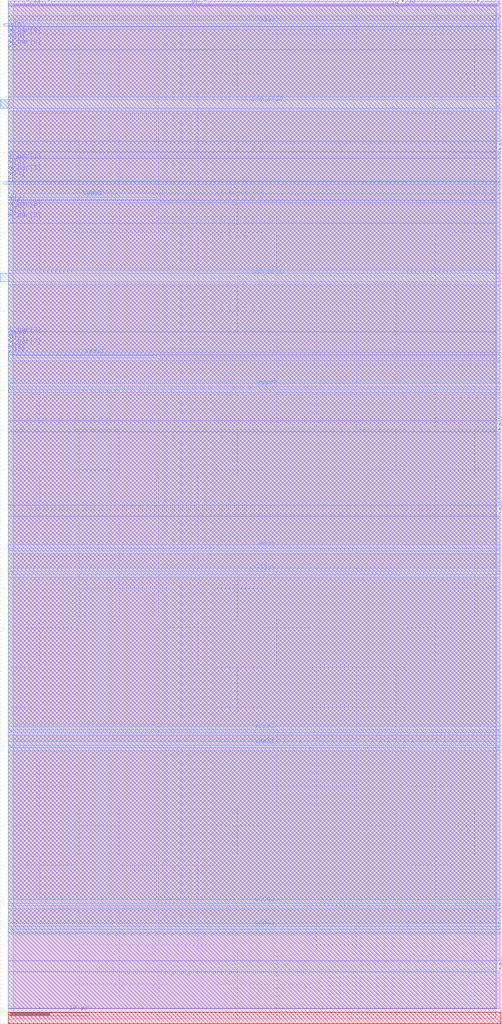
<source format=lef>
VERSION 5.7 ;
  NOWIREEXTENSIONATPIN ON ;
  DIVIDERCHAR "/" ;
  BUSBITCHARS "[]" ;
MACRO bitfour_EESPFAL_switch
  CLASS BLOCK ;
  FOREIGN bitfour_EESPFAL_switch ;
  ORIGIN -1.040 0.000 ;
  SIZE 62.230 BY 129.320 ;
  PIN GND_GPIO
    ANTENNADIFFAREA 256.580505 ;
    PORT
      LAYER met3 ;
        RECT 0.000 115.660 63.470 116.700 ;
    END
    PORT
      LAYER met3 ;
        RECT 0.000 93.740 63.470 94.780 ;
    END
  END GND_GPIO
  PIN vdda1
    ANTENNADIFFAREA 168.065399 ;
    PORT
      LAYER met3 ;
        RECT 1.040 125.995 63.270 126.325 ;
    END
    PORT
      LAYER met3 ;
        RECT 1.040 14.915 63.270 15.245 ;
    END
    PORT
      LAYER met3 ;
        RECT 1.040 104.075 19.780 104.405 ;
    END
    PORT
      LAYER met3 ;
        RECT 1.040 11.955 63.270 12.285 ;
    END
    PORT
      LAYER met3 ;
        RECT 1.040 56.795 63.270 57.125 ;
    END
    PORT
      LAYER met3 ;
        RECT 1.040 59.755 63.270 60.085 ;
    END
    PORT
      LAYER met3 ;
        RECT 1.505 80.155 63.270 80.485 ;
    END
    PORT
      LAYER met3 ;
        RECT 1.505 84.115 19.780 84.445 ;
    END
    PORT
      LAYER met3 ;
        RECT 1.040 36.835 63.270 37.165 ;
    END
    PORT
      LAYER met3 ;
        RECT 1.040 34.875 63.270 35.205 ;
    END
  END vdda1
  PIN k[3]
    ANTENNAGATEAREA 0.450000 ;
    PORT
      LAYER met1 ;
        RECT 1.040 86.195 1.240 86.395 ;
    END
  END k[3]
  PIN k_bar[3]
    ANTENNAGATEAREA 0.450000 ;
    PORT
      LAYER met1 ;
        RECT 1.040 86.900 1.240 87.100 ;
    END
  END k_bar[3]
  PIN x_bar[3]
    ANTENNAGATEAREA 0.450000 ;
    PORT
      LAYER met1 ;
        RECT 1.040 85.495 1.240 85.695 ;
    END
  END x_bar[3]
  PIN x[3]
    ANTENNAGATEAREA 0.450000 ;
    PORT
      LAYER met1 ;
        RECT 1.040 84.790 1.240 84.990 ;
    END
  END x[3]
  PIN CLK[2]
    ANTENNADIFFAREA 49.500000 ;
    PORT
      LAYER met1 ;
        RECT 51.845 128.820 52.345 129.320 ;
    END
  END CLK[2]
  PIN CLK[1]
    ANTENNADIFFAREA 83.699997 ;
    PORT
      LAYER met1 ;
        RECT 24.340 128.820 24.840 129.320 ;
    END
  END CLK[1]
  PIN CLK[0]
    ANTENNADIFFAREA 18.000000 ;
    PORT
      LAYER met1 ;
        RECT 4.435 128.820 4.935 129.320 ;
    END
  END CLK[0]
  PIN k[2]
    ANTENNAGATEAREA 0.450000 ;
    PORT
      LAYER met1 ;
        RECT 1.040 102.110 1.240 102.310 ;
    END
  END k[2]
  PIN k_bar[2]
    ANTENNAGATEAREA 0.450000 ;
    PORT
      LAYER met1 ;
        RECT 1.040 101.405 1.240 101.605 ;
    END
  END k_bar[2]
  PIN x_bar[2]
    ANTENNAGATEAREA 0.450000 ;
    PORT
      LAYER met1 ;
        RECT 1.040 102.810 1.240 103.010 ;
    END
  END x_bar[2]
  PIN x[2]
    ANTENNAGATEAREA 0.450000 ;
    PORT
      LAYER met1 ;
        RECT 1.040 103.515 1.240 103.715 ;
    END
  END x[2]
  PIN x[1]
    ANTENNAGATEAREA 0.450000 ;
    PORT
      LAYER met1 ;
        RECT 1.040 106.715 1.240 106.915 ;
    END
  END x[1]
  PIN x_bar[1]
    ANTENNAGATEAREA 0.450000 ;
    PORT
      LAYER met1 ;
        RECT 1.040 107.420 1.240 107.620 ;
    END
  END x_bar[1]
  PIN k_bar[1]
    ANTENNAGATEAREA 0.450000 ;
    PORT
      LAYER met1 ;
        RECT 1.040 108.825 1.240 109.025 ;
    END
  END k_bar[1]
  PIN k[1]
    ANTENNAGATEAREA 0.450000 ;
    PORT
      LAYER met1 ;
        RECT 1.040 108.120 1.240 108.320 ;
    END
  END k[1]
  PIN k[0]
    ANTENNAGATEAREA 0.450000 ;
    PORT
      LAYER met1 ;
        RECT 1.040 124.035 1.240 124.235 ;
    END
  END k[0]
  PIN k_bar[0]
    ANTENNAGATEAREA 0.450000 ;
    PORT
      LAYER met1 ;
        RECT 1.040 123.330 1.240 123.530 ;
    END
  END k_bar[0]
  PIN x_bar[0]
    ANTENNAGATEAREA 0.450000 ;
    PORT
      LAYER met1 ;
        RECT 1.040 124.735 1.240 124.935 ;
    END
  END x_bar[0]
  PIN x[0]
    ANTENNAGATEAREA 0.450000 ;
    PORT
      LAYER met1 ;
        RECT 1.040 125.440 1.240 125.640 ;
    END
  END x[0]
  PIN CLK[3]
    ANTENNADIFFAREA 20.699999 ;
    PORT
      LAYER met2 ;
        RECT 49.965 128.920 50.365 129.320 ;
    END
  END CLK[3]
  PIN Dis[3]
    ANTENNAGATEAREA 1.800000 ;
    PORT
      LAYER met2 ;
        RECT 50.775 129.120 50.975 129.320 ;
    END
  END Dis[3]
  PIN Dis[2]
    ANTENNAGATEAREA 4.950000 ;
    PORT
      LAYER met2 ;
        RECT 60.290 129.120 60.490 129.320 ;
    END
  END Dis[2]
  PIN s[0]
    ANTENNAGATEAREA 0.675000 ;
    ANTENNADIFFAREA 3.600000 ;
    PORT
      LAYER met2 ;
        RECT 63.070 111.005 63.270 111.205 ;
    END
  END s[0]
  PIN s_bar[0]
    ANTENNAGATEAREA 0.675000 ;
    ANTENNADIFFAREA 2.700000 ;
    PORT
      LAYER met2 ;
        RECT 63.070 110.405 63.270 110.605 ;
    END
  END s_bar[0]
  PIN s_bar[1]
    ANTENNAGATEAREA 0.675000 ;
    ANTENNADIFFAREA 2.700000 ;
    PORT
      LAYER met2 ;
        RECT 63.070 75.655 63.270 75.855 ;
    END
  END s_bar[1]
  PIN s[1]
    ANTENNAGATEAREA 0.675000 ;
    ANTENNADIFFAREA 3.600000 ;
    PORT
      LAYER met2 ;
        RECT 63.070 75.055 63.270 75.255 ;
    END
  END s[1]
  PIN s[2]
    ANTENNAGATEAREA 0.675000 ;
    ANTENNADIFFAREA 3.600000 ;
    PORT
      LAYER met2 ;
        RECT 63.070 64.985 63.270 65.185 ;
    END
  END s[2]
  PIN s_bar[2]
    ANTENNAGATEAREA 0.675000 ;
    ANTENNADIFFAREA 2.700000 ;
    PORT
      LAYER met2 ;
        RECT 63.070 64.385 63.270 64.585 ;
    END
  END s_bar[2]
  PIN s[3]
    ANTENNAGATEAREA 0.675000 ;
    ANTENNADIFFAREA 3.600000 ;
    PORT
      LAYER met2 ;
        RECT 63.070 6.855 63.270 7.055 ;
    END
  END s[3]
  PIN s_bar[3]
    ANTENNAGATEAREA 0.675000 ;
    ANTENNADIFFAREA 2.700000 ;
    PORT
      LAYER met2 ;
        RECT 63.070 7.455 63.270 7.655 ;
    END
  END s_bar[3]
  PIN Dis_Phase
    ANTENNAGATEAREA 1.800000 ;
    PORT
      LAYER met2 ;
        RECT 6.015 129.120 6.215 129.320 ;
    END
  END Dis_Phase
  PIN Dis[1]
    ANTENNAGATEAREA 8.099999 ;
    PORT
      LAYER met2 ;
        RECT 25.800 129.120 26.000 129.320 ;
    END
  END Dis[1]
  PIN Dis[0]
    ANTENNAGATEAREA 1.800000 ;
    PORT
      LAYER met2 ;
        RECT 3.370 129.120 3.570 129.320 ;
    END
  END Dis[0]
  OBS
      LAYER nwell ;
        RECT 1.035 0.000 63.270 1.430 ;
      LAYER li1 ;
        RECT 1.670 0.630 62.640 128.690 ;
      LAYER met1 ;
        RECT 1.040 128.540 4.155 128.820 ;
        RECT 5.215 128.540 24.060 128.820 ;
        RECT 25.120 128.540 51.565 128.820 ;
        RECT 52.625 128.540 62.755 128.820 ;
        RECT 1.040 125.920 62.755 128.540 ;
        RECT 1.520 123.050 62.755 125.920 ;
        RECT 1.040 109.305 62.755 123.050 ;
        RECT 1.520 106.435 62.755 109.305 ;
        RECT 1.040 103.995 62.755 106.435 ;
        RECT 1.520 101.125 62.755 103.995 ;
        RECT 1.040 87.380 62.755 101.125 ;
        RECT 1.520 84.510 62.755 87.380 ;
        RECT 1.040 1.890 62.755 84.510 ;
      LAYER met2 ;
        RECT 1.040 128.840 3.090 129.120 ;
        RECT 3.850 128.840 5.735 129.120 ;
        RECT 6.495 128.840 25.520 129.120 ;
        RECT 26.280 128.840 49.685 129.120 ;
        RECT 51.255 128.840 60.010 129.120 ;
        RECT 60.770 128.840 63.070 129.120 ;
        RECT 1.040 128.640 49.685 128.840 ;
        RECT 50.645 128.640 63.070 128.840 ;
        RECT 1.040 116.700 63.070 128.640 ;
        RECT 0.000 115.660 63.070 116.700 ;
        RECT 1.040 111.485 63.070 115.660 ;
        RECT 1.040 110.125 62.790 111.485 ;
        RECT 1.040 76.135 63.070 110.125 ;
        RECT 1.040 74.775 62.790 76.135 ;
        RECT 1.040 65.465 63.070 74.775 ;
        RECT 1.040 64.105 62.790 65.465 ;
        RECT 1.040 7.935 63.070 64.105 ;
        RECT 1.040 6.575 62.790 7.935 ;
        RECT 1.040 1.940 63.070 6.575 ;
      LAYER met3 ;
        RECT 1.040 126.725 63.270 127.295 ;
        RECT 0.435 125.995 1.040 126.325 ;
        RECT 1.040 117.100 63.270 125.595 ;
        RECT 1.040 106.365 63.270 115.260 ;
        RECT 0.435 106.035 63.270 106.365 ;
        RECT 1.040 104.805 63.270 106.035 ;
        RECT 20.180 103.675 63.270 104.805 ;
        RECT 1.040 95.180 63.270 103.675 ;
        RECT 1.040 84.845 63.270 93.340 ;
        RECT 1.040 83.715 1.105 84.845 ;
        RECT 20.180 83.715 63.270 84.845 ;
        RECT 1.040 80.885 63.270 83.715 ;
        RECT 1.040 80.485 1.105 80.885 ;
        RECT 1.035 80.155 1.505 80.485 ;
        RECT 1.040 79.755 1.105 80.155 ;
        RECT 1.040 60.485 63.270 79.755 ;
        RECT 1.040 57.525 63.270 59.355 ;
        RECT 1.040 37.565 63.270 56.395 ;
        RECT 1.040 35.605 63.270 36.435 ;
        RECT 1.040 15.645 63.270 34.475 ;
        RECT 1.035 14.915 1.040 15.245 ;
        RECT 1.040 12.685 63.270 14.515 ;
        RECT 1.040 11.395 63.270 11.555 ;
  END
END bitfour_EESPFAL_switch
END LIBRARY


</source>
